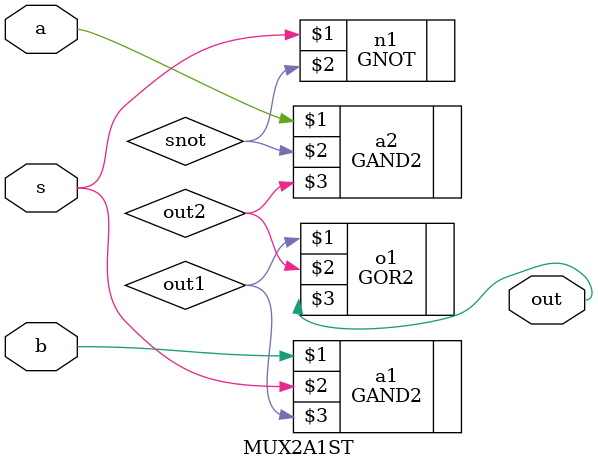
<source format=v>
module MUX2A1ST(a,b,s,out);
input a,b,s;
output out;
//Alambres
wire out1,out2,snot;

//ASIGNACIONES
//componentes
GAND2	a1	(b,s,out1);
GAND2	a2	(a,snot,out2);
GOR2 	o1	(out1,out2,out);
GNOT 	n1	(s,snot);
endmodule

	
</source>
